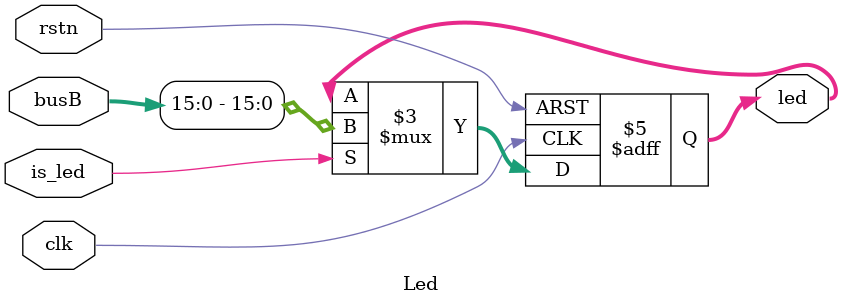
<source format=v>
`timescale 1ns / 1ps


module Led(
    input clk,
    input rstn,
    input is_led,
    input [31: 0]busB,
    /*
    input [31: 0]count_to_led_begin,
    input [31: 0]count_to_led_end,
    */
    output reg [15: 0] led
    );
    /*
    reg flag;
    always @(posedge clk,negedge rstn) begin
        if(!rstn) begin
            flag <= 0;
        end
        else if(is_led) begin
            flag <= 1;
        end
    end
    wire [31: 0] temp = count_to_led_end - count_to_led_begin;
    assign led = flag ? temp[15: 0] : 16'h0;
    */
    always @(posedge clk, negedge rstn) begin
        if(!rstn) begin
            led <= 16'h0;
        end
        else if(is_led) begin
            led <= busB[15: 0];
        end
    end
endmodule

</source>
